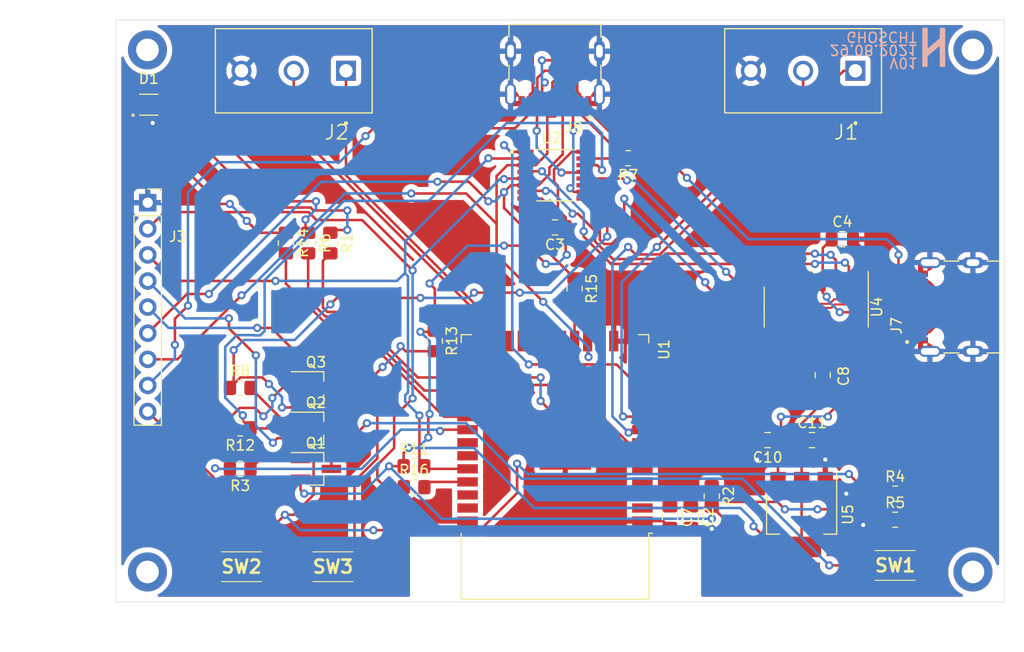
<source format=kicad_pcb>
(kicad_pcb (version 20211014) (generator pcbnew)

  (general
    (thickness 1.6)
  )

  (paper "A4")
  (title_block
    (title "Control")
    (date "2021-08-29")
    (rev "v01")
    (comment 4 "Author: GHOSCHT")
  )

  (layers
    (0 "F.Cu" signal)
    (31 "B.Cu" signal)
    (32 "B.Adhes" user "B.Adhesive")
    (33 "F.Adhes" user "F.Adhesive")
    (34 "B.Paste" user)
    (35 "F.Paste" user)
    (36 "B.SilkS" user "B.Silkscreen")
    (37 "F.SilkS" user "F.Silkscreen")
    (38 "B.Mask" user)
    (39 "F.Mask" user)
    (40 "Dwgs.User" user "User.Drawings")
    (41 "Cmts.User" user "User.Comments")
    (42 "Eco1.User" user "User.Eco1")
    (43 "Eco2.User" user "User.Eco2")
    (44 "Edge.Cuts" user)
    (45 "Margin" user)
    (46 "B.CrtYd" user "B.Courtyard")
    (47 "F.CrtYd" user "F.Courtyard")
    (48 "B.Fab" user)
    (49 "F.Fab" user)
  )

  (setup
    (pad_to_mask_clearance 0)
    (pcbplotparams
      (layerselection 0x00010fc_ffffffff)
      (disableapertmacros false)
      (usegerberextensions true)
      (usegerberattributes true)
      (usegerberadvancedattributes true)
      (creategerberjobfile true)
      (svguseinch false)
      (svgprecision 6)
      (excludeedgelayer true)
      (plotframeref false)
      (viasonmask false)
      (mode 1)
      (useauxorigin false)
      (hpglpennumber 1)
      (hpglpenspeed 20)
      (hpglpendiameter 15.000000)
      (dxfpolygonmode true)
      (dxfimperialunits true)
      (dxfusepcbnewfont true)
      (psnegative false)
      (psa4output false)
      (plotreference true)
      (plotvalue true)
      (plotinvisibletext false)
      (sketchpadsonfab false)
      (subtractmaskfromsilk true)
      (outputformat 1)
      (mirror false)
      (drillshape 0)
      (scaleselection 1)
      (outputdirectory "Gerber/")
    )
  )

  (net 0 "")
  (net 1 "VDD")
  (net 2 "GND")
  (net 3 "MUXDTR")
  (net 4 "VCC")
  (net 5 "Net-(D1-Pad2)")
  (net 6 "Net-(D1-Pad1)")
  (net 7 "Net-(D1-Pad3)")
  (net 8 "RX")
  (net 9 "TX")
  (net 10 "EN")
  (net 11 "BOOT")
  (net 12 "unconnected-(J7-PadA5)")
  (net 13 "unconnected-(J7-PadB8)")
  (net 14 "unconnected-(J7-PadA8)")
  (net 15 "unconnected-(J7-PadB5)")
  (net 16 "EXTRTS")
  (net 17 "EXTDTR")
  (net 18 "Net-(Q2-Pad1)")
  (net 19 "SIG1A")
  (net 20 "SIG1B")
  (net 21 "D+")
  (net 22 "D-")
  (net 23 "SIG2A")
  (net 24 "SIG2B")
  (net 25 "RTS")
  (net 26 "Net-(Q3-Pad1)")
  (net 27 "EXTRX")
  (net 28 "EXTTX")
  (net 29 "DTR")
  (net 30 "LEDR")
  (net 31 "STOPRST")
  (net 32 "Net-(Q1-Pad1)")
  (net 33 "LEDG")
  (net 34 "LEDB")
  (net 35 "MUXRX")
  (net 36 "Net-(R15-Pad2)")
  (net 37 "MUXTX")
  (net 38 "Net-(R16-Pad2)")
  (net 39 "unconnected-(U1-Pad4)")
  (net 40 "unconnected-(U1-Pad5)")
  (net 41 "unconnected-(U1-Pad10)")
  (net 42 "unconnected-(U1-Pad11)")
  (net 43 "MUX")
  (net 44 "unconnected-(U1-Pad13)")
  (net 45 "unconnected-(U1-Pad14)")
  (net 46 "unconnected-(U1-Pad16)")
  (net 47 "unconnected-(U1-Pad19)")
  (net 48 "Net-(Q1-Pad3)")
  (net 49 "unconnected-(U1-Pad20)")
  (net 50 "Net-(C8-Pad2)")
  (net 51 "unconnected-(U1-Pad21)")
  (net 52 "unconnected-(U1-Pad22)")
  (net 53 "unconnected-(U1-Pad23)")
  (net 54 "unconnected-(U1-Pad24)")
  (net 55 "unconnected-(U1-Pad26)")
  (net 56 "unconnected-(U1-Pad29)")
  (net 57 "unconnected-(U1-Pad32)")
  (net 58 "unconnected-(U1-Pad33)")
  (net 59 "unconnected-(U1-Pad36)")
  (net 60 "unconnected-(U1-Pad37)")
  (net 61 "Net-(R5-Pad2)")
  (net 62 "Net-(R7-Pad2)")
  (net 63 "MUXRTS")
  (net 64 "unconnected-(U4-Pad7)")
  (net 65 "unconnected-(U4-Pad8)")
  (net 66 "unconnected-(U4-Pad9)")
  (net 67 "unconnected-(U4-Pad10)")
  (net 68 "unconnected-(U4-Pad11)")
  (net 69 "unconnected-(U4-Pad12)")
  (net 70 "unconnected-(U4-Pad15)")

  (footprint "HRO_TYPE-C-31-M-12:HRO_TYPE-C-31-M-12" (layer "F.Cu") (at 187.96 101.727 90))

  (footprint "Resistor_SMD:R_0805_2012Metric_Pad1.20x1.40mm_HandSolder" (layer "F.Cu") (at 180.399 119.888))

  (footprint "Package_TO_SOT_SMD:SOT-23_Handsoldering" (layer "F.Cu") (at 124.079 117.475))

  (footprint "Resistor_SMD:R_0805_2012Metric_Pad1.20x1.40mm_HandSolder" (layer "F.Cu") (at 116.713 117.475 180))

  (footprint "Resistor_SMD:R_0805_2012Metric_Pad1.20x1.40mm_HandSolder" (layer "F.Cu") (at 180.399 122.428))

  (footprint "SKRKAEE020:SKRKAEE020" (layer "F.Cu") (at 180.399 126.873))

  (footprint "SKRKAEE020:SKRKAEE020" (layer "F.Cu") (at 116.84 127))

  (footprint "HRO_TYPE-C-31-M-12:HRO_TYPE-C-31-M-12" (layer "F.Cu") (at 147.32 76.835 180))

  (footprint "Package_SO:SOIC-16_3.9x9.9mm_P1.27mm" (layer "F.Cu") (at 172.72 101.727 -90))

  (footprint "Capacitor_SMD:C_0805_2012Metric_Pad1.18x1.45mm_HandSolder" (layer "F.Cu") (at 173.355 108.3525 90))

  (footprint "Resistor_SMD:R_0805_2012Metric_Pad1.20x1.40mm_HandSolder" (layer "F.Cu") (at 133.604 117.221))

  (footprint "CUI_TB006-508-03BE:CUI_TB006-508-03BE" (layer "F.Cu") (at 127 78.74 180))

  (footprint "Resistor_SMD:R_0805_2012Metric_Pad1.20x1.40mm_HandSolder" (layer "F.Cu") (at 162.56 120.142 -90))

  (footprint "CUI_TB006-508-03BE:CUI_TB006-508-03BE" (layer "F.Cu") (at 176.53 78.74 180))

  (footprint "Capacitor_SMD:C_0805_2012Metric_Pad1.18x1.45mm_HandSolder" (layer "F.Cu") (at 160.528 122.174 -90))

  (footprint "Resistor_SMD:R_0805_2012Metric_Pad1.20x1.40mm_HandSolder" (layer "F.Cu") (at 154.432 87.249 180))

  (footprint "RF_Module:ESP32-WROOM-32" (layer "F.Cu") (at 147.32 114.3 180))

  (footprint "Resistor_SMD:R_0805_2012Metric_Pad1.20x1.40mm_HandSolder" (layer "F.Cu") (at 121.158 95.504 -90))

  (footprint "Package_TO_SOT_SMD:SOT-223-3_TabPin2" (layer "F.Cu") (at 171.3015 121.92 -90))

  (footprint (layer "F.Cu") (at 107.696 127.508))

  (footprint "Resistor_SMD:R_0805_2012Metric_Pad1.20x1.40mm_HandSolder" (layer "F.Cu") (at 149.225 99.949 -90))

  (footprint "CD74HC4053PWR:SOP65P640X120-16N" (layer "F.Cu") (at 147.32 88.9))

  (footprint "Capacitor_SMD:C_0805_2012Metric_Pad1.18x1.45mm_HandSolder" (layer "F.Cu") (at 167.9995 114.681 180))

  (footprint "Resistor_SMD:R_0805_2012Metric_Pad1.20x1.40mm_HandSolder" (layer "F.Cu") (at 116.713 113.538 180))

  (footprint "Capacitor_SMD:C_0805_2012Metric_Pad1.18x1.45mm_HandSolder" (layer "F.Cu") (at 158.496 122.174 -90))

  (footprint "Resistor_SMD:R_0805_2012Metric_Pad1.20x1.40mm_HandSolder" (layer "F.Cu") (at 135.636 105.029 -90))

  (footprint "Capacitor_SMD:C_0805_2012Metric_Pad1.18x1.45mm_HandSolder" (layer "F.Cu") (at 147.32 93.98 180))

  (footprint "Capacitor_SMD:C_0805_2012Metric_Pad1.18x1.45mm_HandSolder" (layer "F.Cu") (at 172.3175 114.681))

  (footprint "TJ-S1615CY6TGLCCSRGB-A5:TJ-S1615CY6TGLCCSRGB-A5" (layer "F.Cu") (at 107.823 82.042))

  (footprint "Connector_PinSocket_2.54mm:PinSocket_1x09_P2.54mm_Vertical" (layer "F.Cu") (at 107.721 91.577))

  (footprint "Capacitor_SMD:C_0805_2012Metric_Pad1.18x1.45mm_HandSolder" (layer "F.Cu") (at 175.26 95.123))

  (footprint "Package_TO_SOT_SMD:SOT-23_Handsoldering" (layer "F.Cu") (at 124.079 109.601))

  (footprint "Package_TO_SOT_SMD:SOT-23_Handsoldering" (layer "F.Cu") (at 124.079 113.538))

  (footprint "Resistor_SMD:R_0805_2012Metric_Pad1.20x1.40mm_HandSolder" (layer "F.Cu") (at 133.62 119.253))

  (footprint (layer "F.Cu") (at 187.96 76.708))

  (footprint "Resistor_SMD:R_0805_2012Metric_Pad1.20x1.40mm_HandSolder" (layer "F.Cu") (at 123.317 95.504 -90))

  (footprint "Resistor_SMD:R_0805_2012Metric_Pad1.20x1.40mm_HandSolder" (layer "F.Cu") (at 125.476 95.504 -90))

  (footprint "Resistor_SMD:R_0805_2012Metric_Pad1.20x1.40mm_HandSolder" (layer "F.Cu") (at 116.713 109.601))

  (footprint "MountingHole:MountingHole_2.2mm_M2_DIN965_Pad" (layer "F.Cu") (at 107.696 76.708))

  (footprint (layer "F.Cu") (at 187.96 127.508))

  (footprint "SKRKAEE020:SKRKAEE020" (layer "F.Cu") (at 125.73 127 180))

  (footprint "logo:logo" (layer "B.Cu") (at 184.15 76.454 180))

  (gr_line (start 104.648 130.429) (end 191.008 130.429) (layer "Edge.Cuts") (width 0.05) (tstamp 00000000-0000-0000-0000-0000612be863))
  (gr_line (start 191.008 73.787) (end 104.648 73.787) (layer "Edge.Cuts") (width 0.05) (tstamp 27cb800c-91f2-4581-a3df-283140f8de7a))
  (gr_line (start 191.008 73.787) (end 191.008 130.429) (layer "Edge.Cuts") (width 0.05) (tstamp 8e2e528c-9fd7-4d33-b2f6-50348f1f17ab))
  (gr_line (start 104.648 73.787) (end 104.648 130.429) (layer "Edge.Cuts") (width 0.05) (tstamp c1dde370-6c97-4cf2-912e-7f65fb9cb8a0))
  (gr_text "V01" (at 181.229 77.978 180) (layer "B.SilkS") (tstamp 0bdb31bb-e7b5-4ded-9a42-2efeb7aa1eac)
    (effects (font (size 1 1) (thickness 0.15)) (justify mirror))
  )
  (gr_text "GHOSCHT" (at 179.07 75.438 180) (layer "B.SilkS") (tstamp 2923ebe6-b266-428c-b7d5-56fe4ec64f67)
    (effects (font (size 1 1) (thickness 0.15)) (justify mirror))
  )
  (gr_text "29.08.2021" (at 178.308 76.708 180) (layer "B.SilkS") (tstamp aa17e972-073e-46ab-870d-59e31e60c64c)
    (effects (font (size 1 1) (thickness 0.15)) (justify mirror))
  )

  (segment (start 176.53 102.235) (end 177.165 102.87) (width 0.25) (layer "F.Cu") (net 1) (tstamp 0772fd48-5bc3-4da8-9b0d-ccf6209591d0))
  (segment (start 134.239 104.14) (end 135.525 104.14) (width 0.25) (layer "F.Cu") (net 1) (tstamp 09539c11-3ba5-4276-b948-a5382bb78908))
  (segment (start 173.355 99.252) (end 173.355 100.33) (width 0.25) (layer "F.Cu") (net 1) (tstamp 0a9c7f15-aa9f-4a0a-b05c-3fc15e0d0978))
  (segment (start 173.355 99.252) (end 173.355 95.9905) (width 0.25) (layer "F.Cu") (net 1) (tstamp 0b3fd315-37ba-42d0-8b56-30a8f9dcf11b))
  (segment (start 171.28 113.089993) (end 171.28 114.681) (width 0.25) (layer "F.Cu") (net 1) (tstamp 0b7afe7a-ff88-44ea-ac05-02dfa9d6276c))
  (segment (start 114.32352 118.49952) (end 122.50448 118.49952) (width 0.25) (layer "F.Cu") (net 1) (tstamp 0ceddf5b-010b-4f0e-9269-3bad7cb9d81b))
  (segment (start 148.3575 93.002698) (end 148.3575 93.98) (width 0.25) (layer "F.Cu") (net 1) (tstamp 1a749d4d-d750-4ef4-8ae3-8f732e4329d6))
  (segment (start 132.604 115.935) (end 133.096 115.443) (width 0.25) (layer "F.Cu") (net 1) (tstamp 1aece9cb-2b9d-4518-9f44-0ccc0cdea940))
  (segment (start 162.56 122.303569) (end 162.574027 122.317596) (width 0.25) (layer "F.Cu") (net 1) (tstamp 1ba25e51-decd-41d7-b19b-b2ab586c204c))
  (segment (start 135.001 114.427) (end 135.001 112.268) (width 0.25) (layer "F.Cu") (net 1) (tstamp 295b5c8a-7bd7-4591-ade0-3435507c03b4))
  (segment (start 122.579 118.425) (end 122.579 119.531) (width 0.25) (layer "F.Cu") (net 1) (tstamp 343cb678-90ca-4aff-af78-94cc88a75536))
  (segment (start 132.604 117.221) (end 131.191 117.221) (width 0.25) (layer "F.Cu") (net 1) (tstamp 345072f7-c29d-4b13-bb9b-df0230736cf0))
  (segment (start 171.3015 114.7025) (end 171.28 114.681) (width 0.25) (layer "F.Cu") (net 1) (tstamp 35c989e0-39e1-43ec-b239-d7e1dcb0c7f0))
  (segment (start 162.56 121.142) (end 162.56 122.303569) (width 0.25) (layer "F.Cu") (net 1) (tstamp 40840c3a-c337-4642-82f1-bbf967ef10a6))
  (segment (start 148.463 96.647) (end 148.3575 96.5415) (width 0.25) (layer "F.Cu") (net 1) (tstamp 418b02e3-6526-4cf0-82ea-c3c3238b2643))
  (segment (start 135.525 104.14) (end 135.636 104.029) (width 0.25) (layer "F.Cu") (net 1) (tstamp 427bd064-4fc8-407a-a475-7edd970c0697))
  (segment (start 144.653 95.758) (end 146.431 97.536) (width 0.25) (layer "F.Cu") (net 1) (tstamp 4ec9d43d-a546-4687-9474-3b0dd77d9b21))
  (segment (start 173.355 95.9905) (end 174.2225 95.123) (width 0.25) (layer "F.Cu") (net 1) (tstamp 5068ffea-401d-480b-be7d-45dcc507ba42))
  (segment (start 147.230499 89.563181) (end 147.605022 89.937704) (width 0.25) (layer "F.Cu") (net 1) (tstamp 50ef0067-b3a9-43c5-b537-d51ed6c443b2))
  (segment (start 162.417 121.285) (end 162.56 121.142) (width 0.25) (layer "F.Cu") (net 1) (tstamp 585653c5-22e7-4d7b-9b71-fb8ec0e14d9c))
  (segment (start 122.50448 118.49952) (end 122.579 118.425) (width 0.25) (layer "F.Cu") (net 1) (tstamp 58d3fcfb-bd84-4bf3-8b51-59e23982d9e7))
  (segment (start 147.605022 89.937704) (end 147.605022 92.25022) (width 0.25) (layer "F.Cu") (net 1) (tstamp 5e950593-e787-492f-8b7c-8f547d7dba36))
  (segment (start 173.355 100.33) (end 173.736 100.711) (width 0.25) (layer "F.Cu") (net 1) (tstamp 6744e999-2a5e-48b8-9441-51aa812e68d7))
  (segment (start 171.3015 118.77) (end 171.3015 114.7025) (width 0.25) (layer "F.Cu") (net 1) (tstamp 6a1c6a39-a320-48b7-bab4-cc1192b1ccdd))
  (segment (start 177.165 104.202) (end 177.165 107.204993) (width 0.25) (layer "F.Cu") (net 1) (tstamp 73c11c9b-605e-4462-916a-83ee7cabbb43))
  (segment (start 173.355 99.252) (end 173.355 99.628072) (width 0.25) (layer "F.Cu") (net 1) (tstamp 7ba12f4a-ec6d-468c-99a1-51f405e6fc04))
  (segment (start 158.3475 121.285) (end 158.496 121.1365) (width 0.25) (layer "F.Cu") (net 1) (tstamp 7e475ffe-a64d-4cb1-820d-307b1df0149b))
  (segment (start 171.3015 125.07) (end 171.3015 118.77) (width 0.25) (layer "F.Cu") (net 1) (tstamp 94577e12-7b64-44c8-b56e-7cfead54a3c0))
  (segment (start 148.9514 86.625) (end 147.230499 88.345901) (width 0.25) (layer "F.Cu") (net 1) (tstamp 9ce3bc21-a5b6-49f5-b629-dc32c558e229))
  (segment (start 107.721 111.897) (end 114.32352 118.49952) (width 0.25) (layer "F.Cu") (net 1) (tstamp 9e1b2541-b67f-4b5e-bd09-efd5a0086134))
  (segment (start 147.230499 88.345901) (end 147.230499 89.563181) (width 0.25) (layer "F.Cu") (net 1) (tstamp 9f693ee3-ffa9-44a2-84e0-ac72d6dbe1a3))
  (segment (start 168.631 125.07) (end 171.3015 125.07) (width 0.25) (layer "F.Cu") (net 1) (tstamp a3072ae1-ed83-4f33-945e-0faa9a355cd9))
  (segment (start 160.3795 121.285) (end 160.528 121.1365) (width 0.25) (layer "F.Cu") (net 1) (tstamp af438183-42bf-4f00-95bd-83cb89f716bf))
  (segment (start 122.579 119.531) (end 122.936 119.888) (width 0.25) (layer "F.Cu") (net 1) (tstamp b34bf608-3625-42a2-9d34-609708d3b8fe))
  (segment (start 148.3575 96.5415) (end 148.3575 93.98) (width 0.25) (layer "F.Cu") (net 1) (tstamp b3668f36-2753-47f4-9a49-876054e09a6f))
  (segment (start 177.165 102.87) (end 177.165 104.202) (width 0.25) (layer "F.Cu") (net 1) (tstamp b52c907b-8b3f-4ef5-87d2-50ffb8fd7ffc))
  (segment (start 177.165 107.204993) (end 171.28 113.089993) (width 0.25) (layer "F.Cu") (net 1) (tstamp b57cd337-be8b-4f7a-a766-04c16dc178dd))
  (segment (start 166.624 123.063) (end 168.631 125.07) (width 0.25) (layer "F.Cu") (net 1) (tstamp b8994439-f905-486b-a09a-92ac5c78d058))
  (segment (start 150.19 86.625) (end 148.9514 86.625) (width 0.25) (layer "F.Cu") (net 1) (tstamp cc753394-79ea-4b53-a8af-a1bf7d53b10f))
  (segment (start 135.636 104.029) (end 135.636 99.949) (width 0.25) (layer "F.Cu") (net 1) (tstamp cff3efef-0f8f-4180-b13e-7b9f6aaf6281))
  (segment (start 135.636 99.949) (end 135.128 99.441) (width 0.25) (layer "F.Cu") (net 1) (tstamp d5eef11e-fe21-4235-bc85-2c8920677f98))
  (segment (start 132.604 117.221) (end 132.604 115.935) (width 0.25) (layer "F.Cu") (net 1) (tstamp d65d2812-1361-43d8-8287-3dd1106c2248))
  (segment (start 135.001 112.268) (end 135.128 112.141) (width 0.25) (layer "F.Cu") (net 1) (tstamp d752649f-8867-4a3d-b289-6187db024c75))
  (segment (start 175.006 102.235) (end 176.53 102.235) (width 0.25) (layer "F.Cu") (net 1) (tstamp da40ea85-accb-4afa-806b-e4833abeed1e))
  (segment (start 147.605022 92.25022) (end 148.3575 93.002698) (width 0.25) (layer "F.Cu") (net 1) (tstamp defb4790-822e-406a-886d-2dccfcf9a195))
  (segment (start 166.488 125.07) (end 171.3015 125.07) (width 0.25) (layer "F.Cu") (net 1) (tstamp dfcc44e6-66e9-4833-ab3a-cf321b167f99))
  (segment (start 142.367 95.758) (end 144.653 95.758) (width 0.25) (layer "F.Cu") (net 1) (tstamp e90ee953-5405-4a9d-af65-8a627a5e9c27))
  (segment (start 155.82 121.285) (end 162.417 121.285) (width 0.25) (layer "F.Cu") (net 1) (tstamp eebd6bcd-d38b-41a3-be37-17ab9bba9c94))
  (segment (start 162.56 121.142) (end 166.488 125.07) (width 0.25) (layer "F.Cu") (net 1) (tstamp f040acb9-c12e-4982-b2c7-91a4175db405))
  (via (at 166.624 123.063) (size 0.8) (drill 0.4) (layers "F.Cu" "B.Cu") (net 1) (tstamp 062b7267-dd0d-4fa2-90b3-f30d0a45ad2c))
  (via (at 133.096 115.443) (size 0.8) (drill 0.4) (layers "F.Cu" "B.Cu") (net 1) (tstamp 2021f175-0a66-43bc-8c54-3b3b783c01d1))
  (via (at 173.736 100.711) (size 0.8) (drill 0.4) (layers "F.Cu" "B.Cu") (net 1) (tstamp 232054d8-fe51-4f6e-b84d-2bc2bf4f3aa0))
  (via (at 142.367 95.758) (size 0.8) (drill 0.4) (layers "F.Cu" "B.Cu") (net 1) (tstamp 4501db26-2488-4db9-af45-4b3467011c80))
  (via (at 134.239 104.14) (size 0.8) (drill 0.4) (layers "F.Cu" "B.Cu") (net 1) (tstamp 492b4325-719b-4029-8f69-57186437ff7d))
  (via (at 135.128 99.441) (size 0.8) (drill 0.4) (layers "F.Cu" "B.Cu") (net 1) (tstamp 6221b4e6-9140-4049-861c-0eafd26316ba))
  (via (at 148.463 96.647) (size 0.8) (drill 0.4) (layers "F.Cu" "B.Cu") (net 1) (tstamp 6cb093cc-353e-4b67-8094-551608dc1e7e))
  (via (at 162.574027 122.317596) (size 0.8) (drill 0.4) (layers "F.Cu" "B.Cu") (net 1) (tstamp 89da002b-1c6b-4f22-a7ad-bcf65f82819e))
  (via (at 135.001 114.427) (size 0.8) (drill 0.4) (layers "F.Cu" "B.Cu") (net 1) (tstamp 9cb21eb4-986e-4d26-9147-63d29d7c7b73))
  (via (at 135.128 112.141) (size 0.8) (drill 0.4) (layers "F.Cu" "B.Cu") (net 1) (tstamp bfbdec1c-3f00-4e3f-a960-a05ea99d5c95))
  (via (at 146.431 97.536) (size 0.8) (drill 0.4) (layers "F.Cu" "B.Cu") (net 1) (tstamp c4676c82-8be7-43c7-ade8-7271cc2a881f))
  (via (at 175.006 102.235) (size 0.8) (drill 0.4) (layers "F.Cu" "B.Cu") (net 1) (tstamp d5eae238-2bf7-49b2-a399-fc40f0683f3a))
  (via (at 122.936 119.888) (size 0.8) (drill 0.4) (layers "F.Cu" "B.Cu") (net 1) (tstamp dc544e89-32c3-4445-98c2-04b3b91d6685))
  (via (at 131.191 117.221) (size 0.8) (drill 0.4) (layers "F.Cu" "B.Cu") (net 1) (tstamp fb89ad61-c608-4886-acc7-50d84b02865b))
  (segment (start 131.191 117.221) (end 136.297543 122.327543) (width 0.25) (layer "B.Cu") (net 1) (tstamp 09510aad-744d-4e76-84e6-9e7d678cbe82))
  (segment (start 145.288 121.285) (end 165.354 121.285) (width 0.25) (layer "B.Cu") (net 1) (tstamp 0a647962-4c56-4172-be0a-4f9de1603a5c))
  (segment (start 122.936 119.888) (end 128.524 119.888) (width 0.25) (layer "B.Cu") (net 1) (tstamp 0dadc6cf-eb96-4951-85e9-e0c787c3fdfc))
  (segment (start 136.297543 122.327543) (end 162.56408 122.327543) (width 0.25) (layer "B.Cu") (net 1) (tstamp 1458f440-8773-4375-a788-3dacc7873cb6))
  (segment (start 173.736 100.965) (end 175.006 102.235) (width 0.25) (layer "B.Cu") (net 1) (tstamp 1a060c41-e347-43d0-be76-cda6be6fabdb))
  (segment (start 162.56408 122.327543) (end 162.574027 122.317596) (width 0.25) (layer "B.Cu") (net 1) (tstamp 1b88db39-08c0-4e9a-928c-64d2b65e8f13))
  (segment (start 146.431 97.536) (end 147.574 97.536) (width 0.25) (layer "B.Cu") (net 1) (tstamp 2198910c-e4cf-47f8-bf8f-cbbbc3478ac3))
  (segment (start 139.446 115.443) (end 144.526 120.523) (width 0.25) (layer "B.Cu") (net 1) (tstamp 27203a8d-4795-4d80-929b-a10d6b0b87c6))
  (segment (start 144.526 120.523) (end 145.288 121.285) (width 0.25) (layer "B.Cu") (net 1) (tstamp 2e1e1f54-ac82-4b74-8011-4d33c5b18bfe))
  (segment (start 135.128 112.141) (end 135.128 105.029) (width 0.25) (layer "B.Cu") (net 1) (tstamp 3186f461-6363-44b7-a33a-33bed59e4434))
  (segment (start 147.574 97.536) (end 148.463 96.647) (width 0.25) (layer "B.Cu") (net 1) (tstamp 40ac8635-5d7f-4583-b6fb-cb9e6af80bde))
  (segment (start 166.624 122.555) (end 166.624 123.063) (width 0.25) (layer "B.Cu") (net 1) (tstamp 482fa3fa-152a-46d2-a358-e6e5456679f0))
  (segment (start 138.811 95.758) (end 142.367 95.758) (width 0.25) (layer "B.Cu") (net 1) (tstamp 4c613a89-ac24-4a04-a084-f9e352b15c0b))
  (segment (start 133.096 115.443) (end 139.446 115.443) (width 0.25) (layer "B.Cu") (net 1) (tstamp 4dc71bd7-9ba5-4dfe-813d-719e0bd29d51))
  (segment (start 173.736 100.711) (end 173.736 100.965) (width 0.25) (layer "B.Cu") (net 1) (tstamp 7b186dc8-e40f-4e57-b661-81bd77a787b0))
  (segment (start 133.096 115.443) (end 133.985 115.443) (width 0.25) (layer "B.Cu") (net 1) (tstamp 7b1c8056-d92e-4fa6-97c4-e749f8a138eb))
  (segment (start 128.524 119.888) (end 131.191 117.221) (width 0.25) (layer "B.Cu") (net 1) (tstamp 7fb664a2-82a3-4290-b696-2187d2a43efa))
  (segment (start 135.128 105.029) (end 134.239 104.14) (width 0.25) (layer "B.Cu") (net 1) (tstamp 815965e0-40fa-4af4-8276-781b56064ceb))
  (segment (start 135.128 99.441) (end 138.811 95.758) (width 0.25) (layer "B.Cu") (net 1) (tstamp b3861277-460b-459f-9615-f77724548773))
  (segment (start 133.985 115.443) (end 135.001 114.427) (width 0.25) (layer "B.Cu") (net 1) (tstamp c1e67729-27c7-45dc-869e-f9df84ca8004))
  (segment (start 165.354 121.285) (end 166.624 122.555) (width 0.25) (layer "B.Cu") (net 1) (tstamp cdb135f7-4bd2-40de-96dd-3dff49867a2d))
  (segment (start 166.962 114.681) (end 166.962 116.5645) (width 0.25) (layer "F.Cu") (net 2) (tstamp 1b1a26fb-eea8-4963-98ba-3cac0a0e7699))
  (segment (start 173.6015 118.77) (end 173.6015 116.572) (width 0.25) (layer "F.Cu") (net 2) (tstamp 22dd4885-f793-41fd-ba84-9e4b22514ffd))
  (segment (start 173.6015 116.572) (end 173.6015 114.9275) (width 0.25) (layer "F.Cu") (net 2) (tstamp 24d69e87-630c-4724-b73d-b9e4caa64bc0))
  (segment (start 106.951 82.567) (end 108.204 83.82) (width 0.25) (layer "F.Cu") (net 2) (tstamp 28710afd-dbe4-49da-80e6-73b74ac15c5b))
  (segment (start 162.4545 123.2115) (end 162.56 123.317) (width 0.25) (layer "F.Cu") (net 2) (tstamp 3341f917-00e9-4810-94f3-96deafe06e46))
  (segment (start 173.6015 118.77) (end 174.523 118.77) (width 0.25) (layer "F.Cu") (net 2) (tstamp 4fa34a99-9ad0-40fe-b35b-ef05b125c097))
  (segment (start 176.2975 95.123) (end 177.165 95.9905) (width 0.25) (layer "F.Cu") (net 2) (tstamp 5113a62a-daec-470b-a57d-52848c897cce))
  (segment (start 157.8395 122.555) (end 158.496 123.2115) (width 0.25) (layer "F.Cu") (net 2) (tstamp 59e48bd4-8c69-4be4-8845-3a9b411cbd7a))
  (segment (start 146.2825 93.98) (end 146.2825 91.4185) (width 0.25) (layer "F.Cu") (net 2) (tstamp 725aa646-07f4-41a4-87d7-9ecbdefef9f2))
  (segment (start 160.528 123.2115) (end 162.4545 123.2115) (width 0.25) (layer "F.Cu") (net 2) (tstamp 73ad6bf0-ec84-4d6c-b16b-9e75d276023d))
  (segment (start 178.891 122.936) (end 179.399 122.428) (width 0.25) (layer "F.Cu") (net 2) (tstamp 7ad25299-91f9-411e-a806-ef030c3fa5ee))
  (segment (start 166.962 116.5645) (end 166.9835 116.586) (width 0.25) (layer "F.Cu") (net 2) (tstamp 8d9d6cc8-1df0-4396-b630-452cd78f693c))
  (segment (start 158.496 123.2115) (end 160.528 123.2115) (width 0.25) (layer "F.Cu") (net 2) (tstamp a8d0cb69-2c4b-4754-99f8-fc8a779a0974))
  (segment (start 146.2825 91.4185) (end 146.039 91.175) (width 0.25) (layer "F.Cu") (net 2) (tstamp b074f8cd-fad1-46b9-932c-c465284afbb1))
  (segment (start 146.039 91.175) (end 144.45 91.175) (width 0.25) (layer "F.Cu") (net 2) (tstamp b3681630-b389-486a-b9d4-90e531d3386b))
  (segment (start 177.292 122.936) (end 178.891 122.936) (width 0.25) (layer "F.Cu") (net 2) (tstamp b7c4e718-e9fc-41f2-9dde-a81edcc7f4a8))
  (segment (start 174.523 118.77) (end 175.641 119.888) (width 0.25) (layer "F.Cu") (net 2) (tstamp c01a7fa2-f6d9-4011-84aa-912ba0204808))
  (segment (start 177.165 95.9905) (end 177.165 99.252) (width 0.25) (layer "F.Cu") (net 2) (tstamp c0662c31-007e-4a59-9a39-643b26e05f6a))
  (segment (start 106.948 82.567) (end 106.951 82.567) (width 0.25) (layer "F.Cu") (net 2) (tstamp c092d043-177b-4258-bbe1-d02c6aa9e6f2))
  (segment (start 155.82 122.555) (end 157.8395 122.555) (width 0.25) (layer "F.Cu") (net 2) (tstamp cb6740b8-549b-4a6a-8a21-34c650e4454b))
  (segment (start 173.6015 114.9275) (end 173.355 114.681) (width 0.25) (layer "F.Cu") (net 2) (tstamp ceff2bb7-36a6-4e42-aa95-a1cec1a60fac))
  (via (at 173.6015 116.572) (size 0.8) (drill 0.4) (layers "F.Cu" "B.Cu") (net 2) (tstamp 4b7111c5-fe81-4118-b1e4-c4d052eff531))
  (via (at 162.56 123.317) (size 0.8) (drill 0.4) (layers "F.Cu" "B.Cu") (net 2) (tstamp 5d2bd8b0-5cab-45cd-94be-9e46fce1ebdf))
  (via (at 108.204 83.82) (size 0.8) (drill 0.4) (layers "F.Cu" "B.Cu") (net 2) (tstamp 65d4236e-6c52-480b-8bda-0f826f32e119))
  (via (at 177.292 122.936) (size 0.8) (drill 0.4) (layers "F.Cu" "B.Cu") (net 2) (tstamp cc7203da-a79f-4b15-b87e-565d408b2693))
  (via (at 166.9835 116.586) (size 0.8) (drill 0.4) (layers "F.Cu" "B.Cu") (net 2) (tstamp dc882d02-3cc4-472e-953a-e876b227b064))
  (via (at 175.641 119.888) (size 0.8) (drill 0.4) (layers "F.Cu" "B.Cu") (net 2) (tstamp f4c05903-6605-4c59-ad49-bc9b4a305eef))
  (segment (start 177.292 121.539) (end 177.292 122.936) (width 0.25) (layer "B.Cu") (net 2) (tstamp 0af4423f-526a-4566-a231-c799bbcf3554))
  (segment (start 173.5875 116.586) (end 173.6015 116.572) (width 0.25) (layer "B.Cu") (net 2) (tstamp 4acd1988-a84c-4fb0-9206-61ba33a2c8cf))
  (segment (start 175.641 119.888) (end 177.292 121.539) (width 0.25) (layer "B.Cu") (net 2) (tstamp d221c8f4-d085-4b97-97ff-586e683055df))
  (segment (start 166.9835 116.586) (end 173.5875 116.586) (width 0.25) (layer "B.Cu") (net 2) (tstamp efe235e4-df1a-4e7e-a7e1-ee59b8d2a127))
  (segment (start 173.355 109.39) (end 171.816928 109.39) (width 0.25) (layer "F.Cu") (net 3) (tstamp 1c3898c9-3ac5-4d44-b9d9-c1020fe387a4))
  (segment (start 171.816928 109.39) (end 161.925 99.498072) (width 0.25) (layer "F.Cu") (net 3) (tstamp 21bfb576-c1af-4d62-81a8-6e7add502321))
  (segment (start 152.099901 95.593501) (end 151.675499 95.169099) (width 0.25) (layer "F.Cu") (net 3) (tstamp 470d1942-5b9b-4342-843d-aef6b12b04ae))
  (segment (start 151.675499 92.660499) (end 150.19 91.175) (width 0.25) (layer "F.Cu") (net 3) (tstamp 50e6951e-070a-4712-8d51-d68f34bd0479))
  (segment (start 151.675499 95.169099) (end 151.675499 92.660499) (width 0.25) (layer "F.Cu") (net 3) (tstamp 7180e7ea-9ace-46a6-9015-3c87fe6a25bb))
  (segment (start 154.051 91.186) (end 154.051 94.3696) (width 0.25) (layer "F.Cu") (net 3) (tstamp 95a326cc-494d-424f-9e30-10f61f7db13d))
  (segment (start 161.925 99.498072) (end 161.925 99.314) (width 0.25) (layer "F.Cu") (net 3) (tstamp c1f79773-ba42-4db4-84ff-a5f20356e84d))
  (segment (start 154.051 94.3696) (end 152.827099 95.593501) (width 0.25) (layer "F.Cu") (net 3) (tstamp dd76bfe3-6145-471a-a6e2-f667ce6b2608))
  (segment (start 152.827099 95.593501) (end 152.099901 95.593501) (width 0.25) (layer "F.Cu") (net 3) (tstamp ffb2000e-84fc-40fb-a847-21f7a641599d))
  (via (at 161.925 99.314) (size 0.8) (drill 0.4) (layers "F.Cu" "B.Cu") (net 3) (tstamp 298c1273-0262-4481-88f4-f395c24d986b))
  (via (at 154.051 91.186) (size 0.8) (drill 0.4) (layers "F.Cu" "B.Cu") (net 3) (tstamp 2ba2cf8b-7e8c-4592-aac0-8187924a8897))
  (segment (start 161.925 99.314) (end 154.051 91.44) (width 0.25) (layer "B.Cu") (net 3) (tstamp 3a3a4e13-c3e9-4ddd-ad75-8f0424005dd2))
  (segment (start 154.051 91.44) (end 154.051 91.186) (width 0.25) (layer "B.Cu") (net 3) (tstamp 443e0251-73ce-467c-b489-27f0a14fe129))
  (segment (start 149.485479 76.968479) (end 149.485479 80.785108) (width 0.25) (layer "F.Cu") (net 4) (tstamp 13f83cd7-de8f-485c-be0e-4b54fafcde0e))
  (segment (start 183.725371 104.177) (end 185.039 102.863371) (width 0.25) (layer "F.Cu") (net 4) (tstamp 159a00be-8b01-4939-8a20-1270111fc2a9))
  (segment (start 182.865 99.277) (end 183.689022 99.277) (width 0.25) (layer "F.Cu") (net 4) (tstamp 1db97cd5-a9c7-49d5-ac3c-31561c13d7ce))
  (segment (start 169.0015 114.7165) (end 169.037 114.681) (width 0.25) (layer "F.Cu") (net 4) (tstamp 22cdb84e-9808-4f6e-9d3c-ec737dff4006))
  (segment (start 149.77 82.905) (end 153.08948 86.22448) (width 0.25) (layer "F.Cu") (net 4) (tstamp 24a583aa-0f30-44d0-a9a2-5b4656a97115))
  (segment (start 182.865 104.177) (end 181.89 104.177) (width 0.25) (layer "F.Cu") (net 4) (tstamp 31f68ee2-e0c7-40c5-a039-bf6aa69b083c))
  (segment (start 129.667 84.328) (end 128.905 85.09) (width 0.25) (layer "F.Cu") (net 4) (tstamp 44f325b7-2434-46be-9c68-c124715d1134))
  (segment (start 182.865 104.177) (end 183.725371 104.177) (width 0.25) (layer "F.Cu") (net 4) (tstamp 52f7eda6-fd5b-45d7-8bb2-d7202850821c))
  (segment (start 169.0015 118.77) (end 169.0015 114.7165) (width 0.25) (layer "F.Cu") (net 4) (tstamp 576f94d2-86cc-4d8a-b740-797c616fa01c))
  (segment (start 183.689022 99.277) (end 185.039 100.626978) (width 0.25) (layer "F.Cu") (net 4) (tstamp 60cf15eb-a9ee-40b5-89ae-b6a31cfc5fa6))
  (segment (start 185.039 102.863371) (end 185.039 101.219) (width 0.25) (layer "F.Cu") (net 4) (tstamp 676a8f69-db83-4e4e-bc79-7b0584db297e))
  (segment (start 144.87 82.905) (end 143.447 84.328) (width 0.25) (layer "F.Cu") (net 4) (tstamp 70619cc5-1c6f-48c2-9b10-232582f78a7c))
  (segment (start 169.291 114.427) (end 169.037 114.681) (width 0.25) (layer "F.Cu") (net 4) (tstamp 710596b1-3d67-433c-9052-07eb5c967758))
  (segment (start 169.291 112.395) (end 169.291 114.427) (width 0.25) (layer "F.Cu") (net 4) (tstamp 733fc3da-e9cc-4149-8c0f-4d1dbe4e5bed))
  (segment (start 185.039 100.626978) (end 185.039 101.219) (width 0.25) (layer "F.Cu") (net 4) (tstamp 739b332b-cf66-40c8-b6eb-859e1a1df42d))
  (segment (start 145.154521 77.095479) (end 145.796 76.454) (width 0.25) (layer "F.Cu") (net 4) (tstamp 7401f853-b4d1-48b8-bf29-a300484159fd))
  (segment (start 180.721 96.647) (end 180.721 98.108) (width 0.25) (layer "F.Cu") (net 4) (tstamp 8379ea4c-bb45-4960-a402-e6c9cfef45fc))
  (segment (start 149.77 81.069629) (end 149.77 81.93) (width 0.25) (layer "F.Cu") (net 4) (tstamp 8b1e5577-f512-4e17-9b8a-b8f5a598adf1))
  (segment (start 181.89 99.277) (end 182.865 99.277) (width 0.25) (layer "F.Cu") (net 4) (tstamp 8e0ead45-4c20-4b9c-b2c4-eb8d93c6147f))
  (segment (start 148.971 76.454) (end 149.485479 76.968479) (width 0.25) (layer "F.Cu") (net 4) (tstamp 8f17ef81-8651-4c75-93ec-537a207cd59c))
  (segment (start 144.87 81.069629) (end 145.154521 80.785108) (width 0.25) (layer "F.Cu") (net 4) (tstamp 98c6e729-5491-42d1-bdd1-3ad0b02fc0a5))
  (segment (start 173.863 112.204) (end 173.863 112.395) (width 0.25) (layer "F.Cu") (net 4) (tstamp 9a430b43-2369-45cf-bff2-2e8002afe0b9))
  (segment (start 180.721 98.108) (end 181.89 99.277) (width 0.25) (layer "F.Cu") (net 4) (tstamp 9ac7b8fa-9780-4cae-a1d2-c8642f09820a))
  (segment (start 129.794 84.328) (end 129.667 84.328) (width 0.25) (layer "F.Cu") (net 4) (tstamp a315dfc8-c11a-409b-bf85-1226d0fdb62e))
  (segment (start 110.363 102.87) (end 110.363 105.41) (width 0.25) (layer "F.Cu") (net 4) (tstamp acc25bff-a2ae-44d4-a22f-49eacdbb63fb))
  (segment (start 157.21748 86.22448) (end 160.147 89.154) (width 0.25) (layer "F.Cu") (net 4) (tstamp b58ed26e-a550-4162-b104-fafc9d6e8463))
  (segment (start 145.154521 80.785108) (end 145.154521 77.095479) (width 0.25) (layer "F.Cu") (net 4) (tstamp b67bd46e-8e27-46c9-a228-d31a75e65ca8))
  (segment (start 144.87 81.93) (end 144.87 81.069629) (width 0.25) (layer "F.Cu") (net 4) (tstamp bc05e958-067d-4f77-acb2-e677e3a4011e))
  (segment (start 181.89 104.177) (end 173.863 112.204) (width 0.25) (layer "F.Cu") (net 4) (tstamp bd0dd924-bb8c-42f1-8b45-50195b8253aa))
  (segment (start 153.08948 86.22448) (end 157.21748 86.22448) (width 0.25) (layer "F.Cu") (net 4) (tstamp bd144e47-ee69-44af-b18f-c084705fecea))
  (segment (start 111.633 101.6) (end 110.363 102.87) (width 0.25) (layer "F.Cu") (net 4) (tstamp c00c5cdc-e2cb-4281-a355-ceb21eef17fe))
  (segment (start 149.485479 80.785108) (end 149.77 81.069629) (width 0.25) (layer "F.Cu") (net 4) (tstamp e51734af-6b81-493e-b1bd-f33ca2b4c493))
  (segment (start 149.77 81.93) (end 149.77 82.905) (width 0.25) (layer "F.Cu") (net 4) (tstamp ef53cd1c-7c4b-4540-835b-9e68e41635aa))
  (segment (start 143.447 84.328) (end 129.794 84.328) (width 0.25) (layer "F.Cu") (net 4) (tstamp f0926dee-6a22-4dc2-96fe-a98b3d49e4db))
  (segment (start 145.796 76.454) (end 148.971 76.454) (width 0.25) (layer "F.Cu") (net 4) (tstamp fa890843-4bc6-482b-8cad-eb7fdd6c27db))
  (segment (start 144.87 81.93) (end 144.87 82.905) (width 0.25) (layer "F.Cu") (net 4) (tstamp fcbcbf51-4bfb-4051-ac2b-1846cfb83bc7))
  (via (at 110.363 105.41) (size 0.8) (drill 0.4) (layers "F.Cu" "B.Cu") (net 4) (tstamp 142f234b-3d98-4c23-b6d9-45dbc8fd0e30))
  (via (at 180.721 96.647) (size 0.8) (drill 0.4) (layers "F.Cu" "B.Cu") (net 4) (tstamp 398d19a0-15b1-4e7d-a95e-e4313abdf981))
  (via (at 169.291 112.395) (size 0.8) (drill 0.4) (layers "F.Cu" "B.Cu") (net 4) (tstamp 71690529-582a-4b64-b701-7c03b26529f6))
  (via (at 111.633 101.6) (size 0.8) (drill 0.4) (layers "F.Cu" "B.Cu") (net 4) (tstamp b1bf5a46-770f-41db-b43c-ea6e83c7f178))
  (via (at 160.147 89.154) (size 0.8) (drill 0.4) (layers "F.Cu" "B.Cu") (net 4) (tstamp b789eadd-8dd4-46f8-af88-99bc532708cf))
  (via (at 128.905 85.09) (size 0.8) (drill 0.4) (layers "F.Cu" "B.Cu") (net 4) (tstamp de0d518c-fee4-4246-941c-762d667ba5e2))
  (via (at 173.863 112.395) (size 0.8) (drill 0.4) (layers "F.Cu" "B.Cu") (net 4) (tstamp e80f590a-3c5e-4e36-9608-631e254c1ff9))
  (segment (start 111.633 90.551) (end 111.633 101.6) (width 0.25) (layer "B.Cu") (net 4) (tstamp 0d98f8c6-9a2d-4e13-88bf-45c227c31044))
  (segment (start 166.116 95.123) (end 179.578 95.123) (width 0.25) (layer "B.Cu") (net 4) (tstamp 15416255-62e4-4a3e-bdbe-995c6ca7509c))
  (segment (start 110.363 106.715) (end 107.721 109.357) (width 0.25) (layer "B.Cu") (net 4) (tstamp 2af76883-c89e-4a64-88b6-2485649f3751))
  (segment (start 128.905 85.09) (end 126.365 87.63) (width 0.25) (layer "B.Cu") (net 4) (tstamp 60fa68c9-9b44-46d3-af28-f1511fbb8383))
  (segment (start 180.721 96.266) (end 180.721 96.647) (width 0.25) (layer "B.Cu") (net 4) (tstamp 66aea902-0d1b-4e4c-a66e-4346da4fffda))
  (segment (start 160.147 89.154) (end 166.116 95.123) (width 0.25) (layer "B.Cu") (net 4) (tstamp 8ee6e6d6-0399-4988-af28-f246ed41d41f))
  (segment (start 114.554 87.63) (end 111.633 90.551) (width 0.25) (layer "B.Cu") (net 4) (tstamp a8ec2c72-7335-4ea2-955a-dd8ebe35e032))
  (segment (start 179.578 95.123) (end 180.721 96.266) (width 0.25) (layer "B.Cu") (net 4) (tstamp b9c545d6-eeed-4035-bc2e-e594c40a185b))
  (segment (start 173.863 112.395) (end 169.291 112.395) (width 0.25) (layer "B.Cu") (net 4) (tstamp cd85df34-8f74-4fcf-bea1-22b89269999b))
  (segment (start 110.363 105.41) (end 110.363 106.715) (width 0.25) (layer "B.Cu") (net 4) (tstamp dfe63a93-e1f7-44dd-984a-f3e83f7320b9))
  (segment (start 126.365 87.63) (end 114.554 87.63) (width 0.25) (layer "B.Cu") (net 4) (tstamp e0121400-aaec-48a9-8278-0d49e20050ba))
  (segment (start 123.063 93.218) (end 123.063 94.25) (width 0.25) (layer "F.Cu") (net 5) (tstamp 055bdf6c-8cc3-4825-bfa6-d4d011a61b81))
  (segment (start 123.063 94.25) (end 123.317 94.504) (width 0.25) (layer "F.Cu") (net 5) (tstamp 1d1a0762-bf31-4111-a033-66fb82b96b6f))
  (segment (start 108.698 81.517) (end 110.981 81.517) (width 0.25) (layer "F.Cu") (net 5) (tstamp 235083b7-5a25-4ab2-bc48-ffe6a5a7522e))
  (segment (start 110.981 81.517) (end 120.904 91.44) (width 0.25) (layer "F.Cu") (net 5) (tstamp 3ae21c60-bce6-473e-a7a6-cb32caa24841))
  (segment (start 120.904 91.44) (end 124.079 91.44) (width 0.25) (layer "F.Cu") (net 5) (tstamp 92dc4655-7583-473f-9ce1-c49d8731bbad))
  (via (at 123.063 93.218) (size 0.8) (drill 0.4) (layers "F.Cu" "B.Cu") (net 5) (tstamp 4f7dccf8-2433-4876-9a50-803c8819423b))
  (via (at 124.079 91.44) (size 0.8) (drill 0.4) (layers "F.Cu" "B.Cu") (net 5) (tstamp c115e7db-5c9b-4aa3-9e0e-4f39610f2a8a))
  (segment (start 124.079 92.202) (end 123.063 93.218) (width 0.25) (layer "B.Cu") (net 5) (tstamp 0bc0a6c2-c975-4b15-ac71-9d1b6a059e02))
  (segment (start 124.079 91.44) (end 124.079 92.202) (width 0.25) (layer "B.Cu") (net 5) (tstamp fd3e665e-4faf-4888-87b3-84b7f58127b7))
  (segment (start 106.948 81.517) (end 106.798 81.517) (width 0.25) (layer "F.Cu") (net 6) (tstamp 2694e49b-57ba-4826-81df-532c8655f0a3))
  (segment (start 117.348 93.345) (end 118.507 94.504) (width 0.25) (layer "F.Cu") (net 6) (tstamp 52d1fb62-4b7b-4ab9-87a4-7e84235ba5ba))
  (segment (start 106.198489 82.116511) (end 106.198489 83.166511) (width 0.25) (layer "F.Cu") (net 6) (tstamp 6ac55c75-9f8c-4684-ad03-b906ffac7121))
  (segment (start 118.507 94.504) (end 121.158 94.504) (width 0.25) (layer "F.Cu") (net 6) (tstamp 821b579e-a362-4b86-a54b-62f70ff6ad5e))
  (segment (start 114.725978 91.694) (end 115.697 91.694) (width 0.25) (layer "F.Cu") (net 6) (tstamp 9bde5e67-fd7b-4998-a938-212513771905))
  (segment (start 106.198489 83.166511) (end 114.725978 91.694) (width 0.25) (layer "F.Cu") (net 6) (tstamp b9fb76ab-4e02-4f4b-b81e-b11889591b6b))
  (segment (start 106.798 81.517) (end 106.198489 82.116511) (width 0.25) (layer "F.Cu") (net 6) (tstamp eb2ec56d-c73d-4b2f-b76d-39ef678b5d4b))
  (via (at 115.697 91.694) (size 0.8) (drill 0.4) (layers "F.Cu" "B.Cu") (net 6) (tstamp 3afd15d7-e1a2-4640-a3b5-e7f8e38c4db2))
  (via (at 117.348 93.345) (size 0.8) (drill 0.4) (layers "F.Cu" "B.Cu") (net 6) (tstamp 717c6329-2338-437d-9077-b1efba5ad483))
  (segment (start 115.697 91.694) (end 117.348 93.345) (width 0.25) (layer "B.Cu") (net 6) (tstamp d9441554-d9d6-462c-98c4-3150c6755785))
  (segment (start 127.127 94.234) (end 125.746 94.234) (width 0.25) (layer "F.Cu") (net 7) (tstamp 22354d74-fedf-47b9-bba4-e231f6d5419b))
  (segment (start 109.587 82.567) (end 119.063988 92.043988) (width 0.25) (layer "F.Cu") (net 7) (tstamp 22d9c291-8b74-4399-a1d1-98b9b0868bf8))
  (segment (start 123.549293 92.043989) (end 123.834304 92.329) (width 0.25) (layer "F.Cu") (net 7) (tstamp 3b698a54-a6b6-41c9-96ca-6ff551488a0e))
  (segment (start 123.834304 92.329) (end 127.127 92.329) (width 0.25) (layer "F.Cu") (net 7) (tstamp 63d4cf90-af00-4cad-8105-600af252c1d2))
  (segment (start 108.698 82.567) (end 109.587 82.567) (width 0.25) (layer "F.Cu") (net 7) (tstamp 8a2bfa80-b353-41ca-9486-4bfa62047402))
  (segment (start 125.746 94.234) (end 125.476 94.504) (width 0.25) (layer "F.Cu") (net 7) (tstamp beed98c6-aa0c-41e7-8db5-997f9b3bec03))
  (segment (start 119.063988 92.043988) (end 123.549293 92.043989) (width 0.25) (layer "F.Cu") (net 7) (tstamp d15198cf-1287-49ad-94db-e7e967107fc2))
  (via (at 127.127 94.234) (size 0.8) (drill 0.4) (layers "F.Cu" "B.Cu") (net 7) (tstamp 18cb7b62-f521-417e-97eb-4c71b0f1167a))
  (via (at 127.127 92.329) (size 0.8) (drill 0.4) (layers "F.Cu" "B.Cu") (net 7) (tstamp abd32967-4d2c-4cf9-8d23-eb3ad7d361ec))
  (segment (start 127.127 92.329) (end 127.127 94.234) (width 0.25) (layer "B.Cu") (net 7) (tstamp 4e3029c1-496e-4cb6-9cee-5473c22c4a32))
  (segment (start 107.721 96.657) (end 110.251 99.187) (width 0.25) (layer "F.Cu") (net 8) (tstamp 1b86fae9-aab8-4158-9177-024dd8983974))
  (segment (start 140.869 87.275) (end 144.45 87.275) (width 0.25) (layer "F.Cu") (net 8) (tstamp 2cc38768-e3c0-4ce9-aa62-a462928e2cef))
  (segment (start 134.604 117.221) (end 134.138543 116.755543) (width 0.25) (layer "F.Cu") (net 8) (tstamp 659e9e22-4030-4777-9f7b-a56a065f09ef))
  (segment (start 138.82 117.475) (end 134.858 117.475) (width 0.25) (layer "F.Cu") (net 8) (tstamp 95b83c5c-0ece-4b09-b218-2316e52e7eb8))
  (segment (start 110.251 99.187) (end 120.142 99.187) (width 0.25) (layer "F.Cu") (net 8) (tstamp b46eeaf7-f62a-4248-8dde-0d9bb48217a5))
  (segment (start 140.843 87.249) (end 140.869 87.275) (width 0.25) (layer "F.Cu") (net 8) (tstamp ca3ec9a6-db40-4e03-b562-947bffc21085))
  (segment (start 134.858 117.475) (end 134.604 117.221) (width 0.25) (layer "F.Cu") (net 8) (tstamp daf375ac-daf6-45d4-b0e6-e7c909352c8e))
  (segment (start 134.138543 116.755543) (end 134.138543 112.282351) (width 0.25) (layer "F.Cu") (net 8) (tstamp e7645424-7943-49b2-a7c3-7f2aa4d2ae59))
  (via (at 134.138543 112.282351) (size 0.8) (drill 0.4) (layers "F.Cu" "B.Cu") (net 8) (tstamp 839410f7-3cea-4389-b8dc-eb87db726a66))
  (via (at 120.142 99.187) (size 0.8) (drill 0.4) (layers "F.Cu" "B.Cu") (net 8) (tstamp e4676f5c-4ea9-4abb-bcdb-72fcc705aa27))
  (via (at 140.843 87.249) (size 0.8) (drill 0.4) (layers "F.Cu" "B.Cu") (net 8) (tstamp fd971a3d-dcf5-4378-9352-855eade5057b))
  (segment (start 131.953 99.187) (end 132.752499 98.387501) (width 0.25) (layer "B.Cu") (net 8) (tstamp 0073883a-250a-4e27-95f9-7c4d173440ba))
  (segment (start 134.117751 112.282351) (end 134.138543 112.282351) (width 0.25) (layer "B.Cu") (net 8) (tstamp 1a07d105-175e-4ec8-8ee8-aebacad26abb))
  (segment (start 132.752499 98.471099) (end 133.027489 98.746089) (width 0.25) (layer "B.Cu") (net 8) (tstamp 2117e7ed-72fa-4ff7-ad9f-626022436e6d))
  (segment (start 132.752499 98.387501) (end 132.752499 95.339501) (width 0.25) (layer "B.Cu") (net 8) (tstamp 3f5b3f88-9e2c-46fc-b015-434462b9a94e))
  (segment (start 120.142 99.187) (end 131.9
... [596013 chars truncated]
</source>
